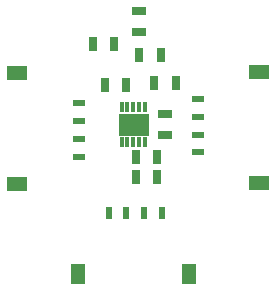
<source format=gtp>
G75*
%MOIN*%
%OFA0B0*%
%FSLAX25Y25*%
%IPPOS*%
%LPD*%
%AMOC8*
5,1,8,0,0,1.08239X$1,22.5*
%
%ADD10R,0.03150X0.04724*%
%ADD11R,0.04724X0.03150*%
%ADD12R,0.01200X0.03200*%
%ADD13C,0.00100*%
%ADD14R,0.03937X0.02362*%
%ADD15R,0.07087X0.04921*%
%ADD16R,0.02362X0.03937*%
%ADD17R,0.04921X0.07087*%
D10*
X0081607Y0074650D03*
X0088693Y0074650D03*
X0088693Y0081400D03*
X0081607Y0081400D03*
X0078493Y0105250D03*
X0071407Y0105250D03*
X0074443Y0118900D03*
X0067357Y0118900D03*
X0082857Y0115400D03*
X0089943Y0115400D03*
X0087857Y0105900D03*
X0094943Y0105900D03*
D11*
X0091400Y0095693D03*
X0091400Y0088607D03*
X0082900Y0122857D03*
X0082900Y0129943D03*
D12*
X0082869Y0097850D03*
X0084837Y0097850D03*
X0080900Y0097850D03*
X0078931Y0097850D03*
X0076963Y0097850D03*
X0076963Y0086450D03*
X0078931Y0086450D03*
X0080900Y0086450D03*
X0082869Y0086450D03*
X0084837Y0086450D03*
D13*
X0085800Y0088700D02*
X0085800Y0095600D01*
X0076000Y0095600D01*
X0076000Y0088700D01*
X0085800Y0088700D01*
X0085800Y0088762D02*
X0076000Y0088762D01*
X0076000Y0088861D02*
X0085800Y0088861D01*
X0085800Y0088959D02*
X0076000Y0088959D01*
X0076000Y0089058D02*
X0085800Y0089058D01*
X0085800Y0089156D02*
X0076000Y0089156D01*
X0076000Y0089255D02*
X0085800Y0089255D01*
X0085800Y0089353D02*
X0076000Y0089353D01*
X0076000Y0089452D02*
X0085800Y0089452D01*
X0085800Y0089550D02*
X0076000Y0089550D01*
X0076000Y0089649D02*
X0085800Y0089649D01*
X0085800Y0089747D02*
X0076000Y0089747D01*
X0076000Y0089846D02*
X0085800Y0089846D01*
X0085800Y0089944D02*
X0076000Y0089944D01*
X0076000Y0090043D02*
X0085800Y0090043D01*
X0085800Y0090141D02*
X0076000Y0090141D01*
X0076000Y0090240D02*
X0085800Y0090240D01*
X0085800Y0090338D02*
X0076000Y0090338D01*
X0076000Y0090437D02*
X0085800Y0090437D01*
X0085800Y0090535D02*
X0076000Y0090535D01*
X0076000Y0090634D02*
X0085800Y0090634D01*
X0085800Y0090732D02*
X0076000Y0090732D01*
X0076000Y0090831D02*
X0085800Y0090831D01*
X0085800Y0090929D02*
X0076000Y0090929D01*
X0076000Y0091028D02*
X0085800Y0091028D01*
X0085800Y0091126D02*
X0076000Y0091126D01*
X0076000Y0091225D02*
X0085800Y0091225D01*
X0085800Y0091323D02*
X0076000Y0091323D01*
X0076000Y0091422D02*
X0085800Y0091422D01*
X0085800Y0091520D02*
X0076000Y0091520D01*
X0076000Y0091619D02*
X0085800Y0091619D01*
X0085800Y0091717D02*
X0076000Y0091717D01*
X0076000Y0091816D02*
X0085800Y0091816D01*
X0085800Y0091914D02*
X0076000Y0091914D01*
X0076000Y0092013D02*
X0085800Y0092013D01*
X0085800Y0092111D02*
X0076000Y0092111D01*
X0076000Y0092210D02*
X0085800Y0092210D01*
X0085800Y0092308D02*
X0076000Y0092308D01*
X0076000Y0092407D02*
X0085800Y0092407D01*
X0085800Y0092505D02*
X0076000Y0092505D01*
X0076000Y0092604D02*
X0085800Y0092604D01*
X0085800Y0092702D02*
X0076000Y0092702D01*
X0076000Y0092801D02*
X0085800Y0092801D01*
X0085800Y0092900D02*
X0076000Y0092900D01*
X0076000Y0092998D02*
X0085800Y0092998D01*
X0085800Y0093097D02*
X0076000Y0093097D01*
X0076000Y0093195D02*
X0085800Y0093195D01*
X0085800Y0093294D02*
X0076000Y0093294D01*
X0076000Y0093392D02*
X0085800Y0093392D01*
X0085800Y0093491D02*
X0076000Y0093491D01*
X0076000Y0093589D02*
X0085800Y0093589D01*
X0085800Y0093688D02*
X0076000Y0093688D01*
X0076000Y0093786D02*
X0085800Y0093786D01*
X0085800Y0093885D02*
X0076000Y0093885D01*
X0076000Y0093983D02*
X0085800Y0093983D01*
X0085800Y0094082D02*
X0076000Y0094082D01*
X0076000Y0094180D02*
X0085800Y0094180D01*
X0085800Y0094279D02*
X0076000Y0094279D01*
X0076000Y0094377D02*
X0085800Y0094377D01*
X0085800Y0094476D02*
X0076000Y0094476D01*
X0076000Y0094574D02*
X0085800Y0094574D01*
X0085800Y0094673D02*
X0076000Y0094673D01*
X0076000Y0094771D02*
X0085800Y0094771D01*
X0085800Y0094870D02*
X0076000Y0094870D01*
X0076000Y0094968D02*
X0085800Y0094968D01*
X0085800Y0095067D02*
X0076000Y0095067D01*
X0076000Y0095165D02*
X0085800Y0095165D01*
X0085800Y0095264D02*
X0076000Y0095264D01*
X0076000Y0095362D02*
X0085800Y0095362D01*
X0085800Y0095461D02*
X0076000Y0095461D01*
X0076000Y0095559D02*
X0085800Y0095559D01*
D14*
X0102400Y0094711D03*
X0102400Y0088806D03*
X0102400Y0082900D03*
X0102400Y0100617D03*
X0062650Y0099150D03*
X0062650Y0093244D03*
X0062650Y0087339D03*
X0062650Y0081433D03*
D15*
X0042178Y0072359D03*
X0042178Y0109406D03*
X0122872Y0109691D03*
X0122872Y0072644D03*
D16*
X0090367Y0062650D03*
X0084461Y0062650D03*
X0078556Y0062650D03*
X0072650Y0062650D03*
D17*
X0062394Y0042178D03*
X0099441Y0042178D03*
M02*

</source>
